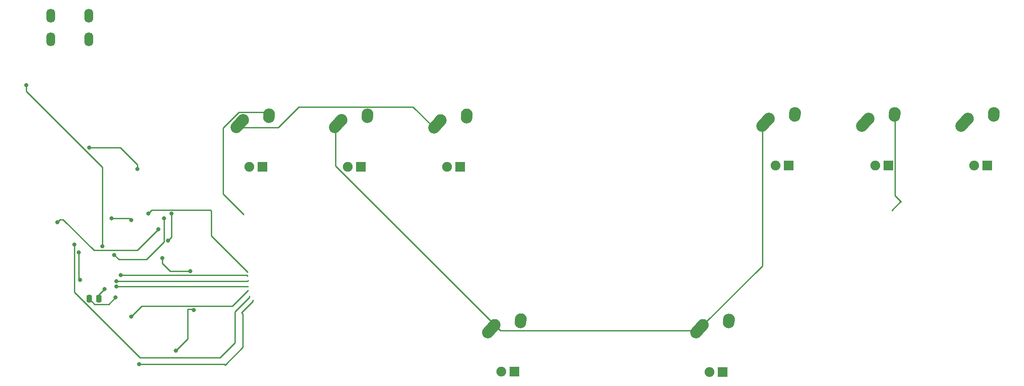
<source format=gbl>
%TF.GenerationSoftware,KiCad,Pcbnew,7.0.2*%
%TF.CreationDate,2023-05-03T01:09:27+02:00*%
%TF.ProjectId,PCB GUIDANCE,50434220-4755-4494-9441-4e43452e6b69,rev?*%
%TF.SameCoordinates,Original*%
%TF.FileFunction,Copper,L2,Bot*%
%TF.FilePolarity,Positive*%
%FSLAX45Y45*%
G04 Gerber Fmt 4.5, Leading zero omitted, Abs format (unit mm)*
G04 Created by KiCad (PCBNEW 7.0.2) date 2023-05-03 01:09:27*
%MOMM*%
%LPD*%
G01*
G04 APERTURE LIST*
G04 Aperture macros list*
%AMRoundRect*
0 Rectangle with rounded corners*
0 $1 Rounding radius*
0 $2 $3 $4 $5 $6 $7 $8 $9 X,Y pos of 4 corners*
0 Add a 4 corners polygon primitive as box body*
4,1,4,$2,$3,$4,$5,$6,$7,$8,$9,$2,$3,0*
0 Add four circle primitives for the rounded corners*
1,1,$1+$1,$2,$3*
1,1,$1+$1,$4,$5*
1,1,$1+$1,$6,$7*
1,1,$1+$1,$8,$9*
0 Add four rect primitives between the rounded corners*
20,1,$1+$1,$2,$3,$4,$5,0*
20,1,$1+$1,$4,$5,$6,$7,0*
20,1,$1+$1,$6,$7,$8,$9,0*
20,1,$1+$1,$8,$9,$2,$3,0*%
%AMHorizOval*
0 Thick line with rounded ends*
0 $1 width*
0 $2 $3 position (X,Y) of the first rounded end (center of the circle)*
0 $4 $5 position (X,Y) of the second rounded end (center of the circle)*
0 Add line between two ends*
20,1,$1,$2,$3,$4,$5,0*
0 Add two circle primitives to create the rounded ends*
1,1,$1,$2,$3*
1,1,$1,$4,$5*%
G04 Aperture macros list end*
%TA.AperFunction,ComponentPad*%
%ADD10HorizOval,2.250000X0.655001X0.730000X-0.655001X-0.730000X0*%
%TD*%
%TA.AperFunction,ComponentPad*%
%ADD11C,2.250000*%
%TD*%
%TA.AperFunction,ComponentPad*%
%ADD12HorizOval,2.250000X0.020000X0.290000X-0.020000X-0.290000X0*%
%TD*%
%TA.AperFunction,ComponentPad*%
%ADD13C,1.905000*%
%TD*%
%TA.AperFunction,ComponentPad*%
%ADD14R,1.905000X1.905000*%
%TD*%
%TA.AperFunction,ComponentPad*%
%ADD15O,1.700000X2.700000*%
%TD*%
%TA.AperFunction,SMDPad,CuDef*%
%ADD16RoundRect,0.250000X0.250000X0.475000X-0.250000X0.475000X-0.250000X-0.475000X0.250000X-0.475000X0*%
%TD*%
%TA.AperFunction,ViaPad*%
%ADD17C,0.800000*%
%TD*%
%TA.AperFunction,Conductor*%
%ADD18C,0.254000*%
%TD*%
G04 APERTURE END LIST*
D10*
%TO.P,MX4,1,COL*%
%TO.N,COL1*%
X19337750Y-8566175D03*
D11*
X19403250Y-8493175D03*
D12*
%TO.P,MX4,2,ROW*%
%TO.N,Net-(D4-A)*%
X19905250Y-8414175D03*
D11*
X19907250Y-8385175D03*
D13*
%TO.P,MX4,3*%
%TO.N,N/C*%
X19526250Y-9401175D03*
D14*
%TO.P,MX4,4*%
X19780250Y-9401175D03*
%TD*%
D10*
%TO.P,MX2,1,COL*%
%TO.N,COL1*%
X11060525Y-8591675D03*
D11*
X11126025Y-8518675D03*
D12*
%TO.P,MX2,2,ROW*%
%TO.N,Net-(D2-A)*%
X11628025Y-8439675D03*
D11*
X11630025Y-8410675D03*
D13*
%TO.P,MX2,3*%
%TO.N,N/C*%
X11249025Y-9426675D03*
D14*
%TO.P,MX2,4*%
X11503025Y-9426675D03*
%TD*%
D15*
%TO.P,USB1,6,SHIELD*%
%TO.N,unconnected-(USB1-SHIELD-Pad6)*%
X6232400Y-6502400D03*
X5502400Y-6502400D03*
X6232400Y-6952400D03*
X5502400Y-6952400D03*
%TD*%
D10*
%TO.P,MX3,1,COL*%
%TO.N,COL2*%
X12981400Y-8594750D03*
D11*
X13046900Y-8521750D03*
D12*
%TO.P,MX3,2,ROW*%
%TO.N,Net-(D3-A)*%
X13548900Y-8442750D03*
D11*
X13550900Y-8413750D03*
D13*
%TO.P,MX3,3*%
%TO.N,N/C*%
X13169900Y-9429750D03*
D14*
%TO.P,MX3,4*%
X13423900Y-9429750D03*
%TD*%
D10*
%TO.P,MX5,1,COL*%
%TO.N,COL1*%
X21268150Y-8566175D03*
D11*
X21333650Y-8493175D03*
D12*
%TO.P,MX5,2,ROW*%
%TO.N,Net-(D5-A)*%
X21835650Y-8414175D03*
D11*
X21837650Y-8385175D03*
D13*
%TO.P,MX5,3*%
%TO.N,N/C*%
X21456650Y-9401175D03*
D14*
%TO.P,MX5,4*%
X21710650Y-9401175D03*
%TD*%
D10*
%TO.P,MX7,1,COL*%
%TO.N,COL1*%
X14029150Y-12566675D03*
D11*
X14094650Y-12493675D03*
D12*
%TO.P,MX7,2,ROW*%
%TO.N,Net-(D7-A)*%
X14596650Y-12414675D03*
D11*
X14598650Y-12385675D03*
D13*
%TO.P,MX7,3*%
%TO.N,N/C*%
X14217650Y-13401675D03*
D14*
%TO.P,MX7,4*%
X14471650Y-13401675D03*
%TD*%
D10*
%TO.P,MX1,1,COL*%
%TO.N,COL2*%
X9155525Y-8591675D03*
D11*
X9221025Y-8518675D03*
D12*
%TO.P,MX1,2,ROW*%
%TO.N,Net-(D1-A)*%
X9723025Y-8439675D03*
D11*
X9725025Y-8410675D03*
D13*
%TO.P,MX1,3*%
%TO.N,N/C*%
X9344025Y-9426675D03*
D14*
%TO.P,MX1,4*%
X9598025Y-9426675D03*
%TD*%
D10*
%TO.P,MX8,1,COL*%
%TO.N,COL1*%
X18057400Y-12569800D03*
D11*
X18122900Y-12496800D03*
D12*
%TO.P,MX8,2,ROW*%
%TO.N,Net-(D8-A)*%
X18624900Y-12417800D03*
D11*
X18626900Y-12388800D03*
D13*
%TO.P,MX8,3*%
%TO.N,N/C*%
X18245900Y-13404800D03*
D14*
%TO.P,MX8,4*%
X18499900Y-13404800D03*
%TD*%
D10*
%TO.P,MX6,1,COL*%
%TO.N,COL1*%
X23185850Y-8566175D03*
D11*
X23251350Y-8493175D03*
D12*
%TO.P,MX6,2,ROW*%
%TO.N,Net-(D6-A)*%
X23753350Y-8414175D03*
D11*
X23755350Y-8385175D03*
D13*
%TO.P,MX6,3*%
%TO.N,N/C*%
X23374350Y-9401175D03*
D14*
%TO.P,MX6,4*%
X23628350Y-9401175D03*
%TD*%
D16*
%TO.P,C7,1*%
%TO.N,+5V*%
X6432550Y-11988800D03*
%TO.P,C7,2*%
%TO.N,GND*%
X6242550Y-11988800D03*
%TD*%
D17*
%TO.N,GND*%
X7835900Y-10337800D03*
X6756400Y-11963400D03*
X7772400Y-10858500D03*
%TO.N,Net-(U1-XTAL2)*%
X6248400Y-9055100D03*
X7175500Y-9474200D03*
%TO.N,Net-(U1-UCAP)*%
X5626100Y-10502900D03*
X7581900Y-10642600D03*
%TO.N,+5V*%
X6540500Y-11798300D03*
X7658100Y-11201400D03*
X7924800Y-12992100D03*
X8267700Y-12204700D03*
X8204200Y-11455400D03*
X7061200Y-10464800D03*
X6680200Y-10426700D03*
%TO.N,Net-(U1-D+)*%
X6502400Y-10972800D03*
X5029200Y-7848600D03*
%TO.N,Net-(U1-D-)*%
X7696200Y-10426700D03*
X6731000Y-11137900D03*
%TO.N,unconnected-(U1-PB3-Pad11)*%
X7385104Y-10331396D03*
%TO.N,unconnected-(U1-PD4-Pad25)*%
X7061200Y-12331700D03*
%TO.N,unconnected-(U1-PD6-Pad26)*%
X5956300Y-10934700D03*
%TO.N,unconnected-(U1-PC7-Pad32)*%
X7213600Y-13258800D03*
X6070600Y-11620500D03*
X6045200Y-11087100D03*
%TO.N,unconnected-(U1-PF7-Pad36)*%
X6769100Y-11645900D03*
%TO.N,unconnected-(U1-PF6-Pad37)*%
X6858000Y-11531600D03*
%TO.N,unconnected-(U1-PF1-Pad40)*%
X6768592Y-11745849D03*
%TD*%
D18*
%TO.N,GND*%
X6756400Y-11963400D02*
X6625800Y-12094000D01*
X7835900Y-10795000D02*
X7835900Y-10337800D01*
X6347750Y-12094000D02*
X6242550Y-11988800D01*
X7772400Y-10858500D02*
X7835900Y-10795000D01*
X6625800Y-12094000D02*
X6347750Y-12094000D01*
%TO.N,Net-(U1-XTAL2)*%
X6248400Y-9055100D02*
X6845300Y-9055100D01*
X7175500Y-9385300D02*
X7175500Y-9474200D01*
X6845300Y-9055100D02*
X7175500Y-9385300D01*
%TO.N,Net-(U1-UCAP)*%
X5740400Y-10452100D02*
X5676900Y-10452100D01*
X7179000Y-11045500D02*
X6333800Y-11045500D01*
X7581900Y-10642600D02*
X7179000Y-11045500D01*
X6333800Y-11045500D02*
X5740400Y-10452100D01*
X5676900Y-10452100D02*
X5626100Y-10502900D01*
%TO.N,+5V*%
X7658100Y-11303000D02*
X7658100Y-11201400D01*
X7924800Y-12992100D02*
X8153400Y-12763500D01*
X6432550Y-11906250D02*
X6540500Y-11798300D01*
X8204200Y-11455400D02*
X7810500Y-11455400D01*
X6432550Y-11988800D02*
X6432550Y-11906250D01*
X6680200Y-10426700D02*
X7023100Y-10426700D01*
X8153400Y-12763500D02*
X8153400Y-12192000D01*
X7023100Y-10426700D02*
X7061200Y-10464800D01*
X7810500Y-11455400D02*
X7658100Y-11303000D01*
X8255000Y-12192000D02*
X8267700Y-12204700D01*
X8153400Y-12192000D02*
X8255000Y-12192000D01*
%TO.N,Net-(D1-A)*%
X9139825Y-8373475D02*
X8837825Y-8675475D01*
X8837825Y-8675475D02*
X8837825Y-9955425D01*
X9625825Y-8373475D02*
X9139825Y-8373475D01*
X8837825Y-9955425D02*
X9232900Y-10350500D01*
X9721025Y-8468675D02*
X9625825Y-8373475D01*
%TO.N,COL2*%
X9902085Y-8664675D02*
X10301285Y-8265475D01*
X12513625Y-8265475D02*
X12915900Y-8667750D01*
X9090025Y-8664675D02*
X9902085Y-8664675D01*
X10301285Y-8265475D02*
X12513625Y-8265475D01*
%TO.N,COL1*%
X11013525Y-9412550D02*
X14094650Y-12493675D01*
X18122900Y-12496800D02*
X19272250Y-11347450D01*
X19272250Y-11347450D02*
X19272250Y-8639175D01*
X17955275Y-12606175D02*
X17991900Y-12642800D01*
X11126025Y-8518675D02*
X11013525Y-8631175D01*
X14094650Y-12493675D02*
X14207150Y-12606175D01*
X11013525Y-8631175D02*
X11013525Y-9412550D01*
X14207150Y-12606175D02*
X17955275Y-12606175D01*
%TO.N,Net-(U1-D+)*%
X5029200Y-7962900D02*
X5029200Y-7848600D01*
X5054600Y-7988300D02*
X5029200Y-7962900D01*
X6502400Y-10972800D02*
X6502400Y-9436100D01*
X6502400Y-9436100D02*
X5054600Y-7988300D01*
%TO.N,Net-(U1-D-)*%
X7696200Y-10426700D02*
X7696200Y-10885113D01*
X7696200Y-10885113D02*
X7354513Y-11226800D01*
X6832600Y-11226800D02*
X6819900Y-11226800D01*
X6819900Y-11226800D02*
X6731000Y-11137900D01*
X7354513Y-11226800D02*
X6832600Y-11226800D01*
%TO.N,unconnected-(U1-PB3-Pad11)*%
X7451400Y-10265100D02*
X8588700Y-10265100D01*
X8610600Y-10287000D02*
X8610600Y-10769600D01*
X8588700Y-10265100D02*
X8610600Y-10287000D01*
X8610600Y-10769600D02*
X9309100Y-11468100D01*
X7385104Y-10331396D02*
X7451400Y-10265100D01*
%TO.N,unconnected-(U1-PD4-Pad25)*%
X9013500Y-12132000D02*
X9321800Y-11823700D01*
X7061200Y-12331700D02*
X7260900Y-12132000D01*
X7260900Y-12132000D02*
X9013500Y-12132000D01*
%TO.N,unconnected-(U1-PD6-Pad26)*%
X9347200Y-11963400D02*
X9347200Y-11938000D01*
X8775700Y-13131800D02*
X9067800Y-12839700D01*
X7226300Y-13131800D02*
X8775700Y-13131800D01*
X9067800Y-12839700D02*
X9067800Y-12242800D01*
X5956300Y-10934700D02*
X5956300Y-11861800D01*
X5956300Y-11861800D02*
X7226300Y-13131800D01*
X9067800Y-12242800D02*
X9347200Y-11963400D01*
%TO.N,unconnected-(U1-PC7-Pad32)*%
X9194800Y-12255500D02*
X9410700Y-12039600D01*
X9220200Y-12928600D02*
X9220200Y-12865100D01*
X8864600Y-13258800D02*
X8877300Y-13271500D01*
X9220200Y-12280900D02*
X9194800Y-12255500D01*
X6045200Y-11087100D02*
X6045200Y-11595100D01*
X8877300Y-13271500D02*
X9220200Y-12928600D01*
X6045200Y-11595100D02*
X6070600Y-11620500D01*
X7213600Y-13258800D02*
X8864600Y-13258800D01*
X9220200Y-12865100D02*
X9220200Y-12280900D01*
X9410700Y-12039600D02*
X9410700Y-12014200D01*
%TO.N,unconnected-(U1-PF7-Pad36)*%
X6769100Y-11645900D02*
X9309100Y-11645900D01*
X9309100Y-11645900D02*
X9321800Y-11633200D01*
%TO.N,unconnected-(U1-PF6-Pad37)*%
X6858000Y-11531600D02*
X9283700Y-11531600D01*
X9296400Y-11531600D02*
X9309100Y-11544300D01*
%TO.N,unconnected-(U1-PF1-Pad40)*%
X6768592Y-11745849D02*
X9320149Y-11745849D01*
X9320149Y-11745849D02*
X9321800Y-11747500D01*
%TO.N,Net-(D5-A)*%
X21838600Y-9989500D02*
X21958300Y-10109200D01*
X21838600Y-8448125D02*
X21838600Y-9989500D01*
X21945600Y-10109200D02*
X21780500Y-10274300D01*
X21958300Y-10109200D02*
X21945600Y-10109200D01*
X21833650Y-8443175D02*
X21838600Y-8448125D01*
%TD*%
M02*

</source>
